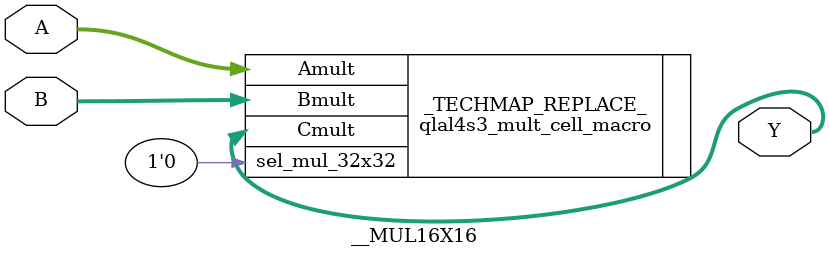
<source format=v>
`default_nettype none

module __MUL32X32(A, B, Y);

parameter A_SIGNED = 1;
parameter B_SIGNED = 1;
parameter A_WIDTH = 32;
parameter B_WIDTH = 32;
parameter Y_WIDTH = 64;

input [A_WIDTH-1:0] A;
input [B_WIDTH-1:0] B;
output [Y_WIDTH-1:0] Y;

qlal4s3_mult_cell_macro _TECHMAP_REPLACE_ (
.Amult(A),
.Bmult(B),
.sel_mul_32x32(1'b1),
.Cmult(Y)
);

endmodule


module __MUL16X16(A, B, Y);

parameter A_SIGNED = 1;
parameter B_SIGNED = 1;
parameter A_WIDTH = 16;
parameter B_WIDTH = 16;
parameter Y_WIDTH = 32;

input [A_WIDTH-1:0] A;
input [B_WIDTH-1:0] B;
output [Y_WIDTH-1:0] Y;

qlal4s3_mult_cell_macro _TECHMAP_REPLACE_ (
.Amult(A),
.Bmult(B),
.sel_mul_32x32(1'b0),
.Cmult(Y)
);

endmodule
</source>
